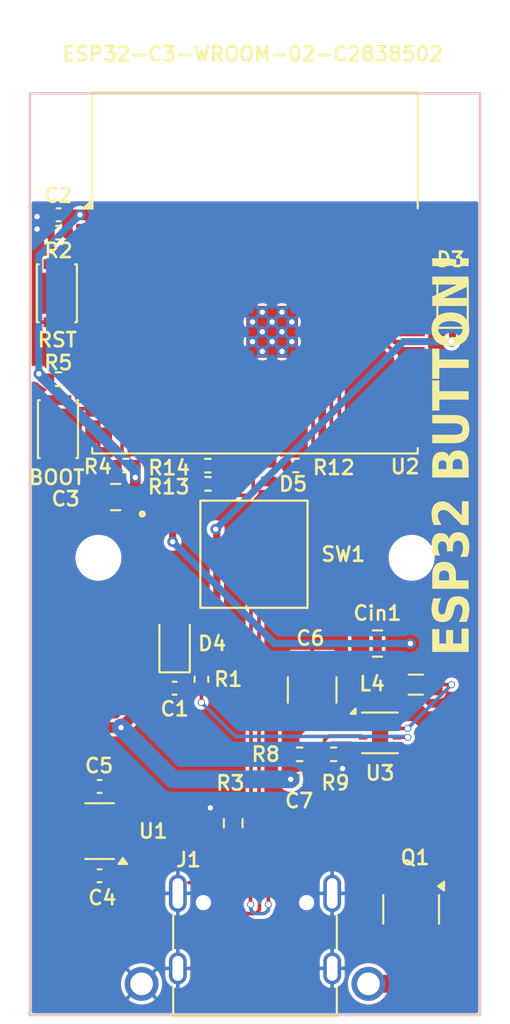
<source format=kicad_pcb>
(kicad_pcb (version 20241229) (generator "pcbnew") (generator_version "9.0")
  (layers (0 "F.Cu" signal) (2 "B.Cu" signal) (13 "F.Paste" user) (15 "B.Paste" user) (5 "F.SilkS" user "F.Silkscreen") (7 "B.SilkS" user "B.Silkscreen") (1 "F.Mask" user) (3 "B.Mask" user) (25 "Edge.Cuts" user))
  (net 0 "")
  (net 1 "Net-(U3-FB)")
  (net 3 "3.3V")
  (net 4 "VBUS")
  (net 9 "GPIO2")
  (net 13 "Net-(D4-A)")
  (net 14 "D-")
  (net 15 "GND")
  (net 16 "Net-(J1-CC1)")
  (net 17 "EN")
  (net 18 "D+")
  (net 19 "Net-(U3-SW)")
  (net 20 "VBAT")
  (net 21 "Net-(U2-EN)")
  (net 22 "Net-(U2-IO9)")
  (net 24 "Net-(U2-IO8)")
  (net 26 "Net-(BT1-+)")
  (net 27 "Net-(D5-BK)")
  (net 28 "Net-(D5-GK)")
  (net 30 "Net-(D5-RK)")
  (net 31 "GPIO3")
  (net 32 "GPIO4")
  (net 33 "GPIO5")
  (footprint "Resistor_SMD:R_0402_1005Metric" (layer "F.Cu") (at 134.4 101.2 180)
    (property "Reference" "R9" (at -0.1 -1.6 0) (layer "F.SilkS") (effects (font (size 0.8 0.8))))
    (property "Value" "107K" (hide yes))
    (pad "1" smd roundrect (at -0.51 0 180) (size 0.54 0.64) (layers "F.Cu" "F.Mask" "F.Paste") (net 15 "GND"))
    (pad "2" smd roundrect (at 0.51 0 180) (size 0.54 0.64) (layers "F.Cu" "F.Mask" "F.Paste") (net 1 "Net-(U3-FB)"))
  )
  (footprint "Resistor_SMD:R_0402_1005Metric" (layer "F.Cu") (at 132.29 85.03 180)
    (property "Reference" "R12" (at -2.12 -0.12 0) (layer "F.SilkS") (effects (font (size 0.8 0.8))))
    (property "Value" "330R" (hide yes))
    (pad "1" smd roundrect (at -0.51 0 180) (size 0.54 0.64) (layers "F.Cu" "F.Mask" "F.Paste") (net 31 "GPIO3"))
    (pad "2" smd roundrect (at 0.51 0 180) (size 0.54 0.64) (layers "F.Cu" "F.Mask" "F.Paste") (net 30 "Net-(D5-RK)"))
  )
  (footprint "Resistor_SMD:R_0402_1005Metric" (layer "F.Cu") (at 122.78 85.04 180)
    (property "Reference" "R4" (at 1.58 -0.06 0) (layer "F.SilkS") (effects (font (size 0.8 0.8))))
    (property "Value" "10K" (hide yes))
    (pad "1" smd roundrect (at -0.51 0 180) (size 0.54 0.64) (layers "F.Cu" "F.Mask" "F.Paste") (net 3 "3.3V"))
    (pad "2" smd roundrect (at 0.51 0 180) (size 0.54 0.64) (layers "F.Cu" "F.Mask" "F.Paste") (net 22 "Net-(U2-IO9)"))
  )
  (footprint "Inductor_SMD:L_0805_2012Metric" (layer "F.Cu") (at 139 97.3)
    (property "Reference" "L4" (at -2.45 -0.05 180) (layer "F.SilkS") (effects (font (size 0.8 0.8))))
    (property "Value" "DFE201610E-1R0M=P2" (hide yes))
    (pad "1" smd roundrect (at -1.0625 0) (size 0.875 1.2) (layers "F.Cu" "F.Mask" "F.Paste") (net 20 "VBAT"))
    (pad "2" smd roundrect (at 1.0625 0) (size 0.875 1.2) (layers "F.Cu" "F.Mask" "F.Paste") (net 19 "Net-(U3-SW)"))
  )
  (footprint "Resistor_SMD:R_0402_1005Metric" (layer "F.Cu") (at 127.36 85.04)
    (property "Reference" "R14" (at -2.17 0.12 0) (layer "F.SilkS") (effects (font (size 0.8 0.8))))
    (property "Value" "220R" (hide yes))
    (pad "1" smd roundrect (at -0.51 0) (size 0.54 0.64) (layers "F.Cu" "F.Mask" "F.Paste") (net 32 "GPIO4"))
    (pad "2" smd roundrect (at 0.51 0) (size 0.54 0.64) (layers "F.Cu" "F.Mask" "F.Paste") (net 27 "Net-(D5-BK)"))
  )
  (footprint "Package_TO_SOT_SMD:SOT-23-5" (layer "F.Cu") (at 121.3 105.5 180)
    (property "Reference" "U1" (at -3 0 0) (layer "F.SilkS") (effects (font (size 0.8 0.8))))
    (property "Value" "AP2112K-3.3-C51118" (hide yes))
    (pad "1" smd roundrect (at -1.1375 -0.95 180) (size 1.325 0.6) (layers "F.Cu" "F.Mask" "F.Paste") (net 4 "VBUS"))
    (pad "2" smd roundrect (at -1.1375 0 180) (size 1.325 0.6) (layers "F.Cu" "F.Mask" "F.Paste") (net 15 "GND"))
    (pad "3" smd roundrect (at -1.1375 0.95 180) (size 1.325 0.6) (layers "F.Cu" "F.Mask" "F.Paste") (net 4 "VBUS"))
    (pad "4" smd roundrect (at 1.1375 0.95 180) (size 1.325 0.6) (layers "F.Cu" "F.Mask" "F.Paste"))
    (pad "5" smd roundrect (at 1.1375 -0.95 180) (size 1.325 0.6) (layers "F.Cu" "F.Mask" "F.Paste") (net 3 "3.3V"))
  )
  (footprint "Capacitor_SMD:C_0402_1005Metric" (layer "F.Cu") (at 132.5 102.6)
    (property "Reference" "C7" (at -0.03 1.2 0) (layer "F.SilkS") (effects (font (size 0.8 0.8))))
    (property "Value" "100pF" (hide yes))
    (pad "1" smd roundrect (at -0.48 0) (size 0.56 0.62) (layers "F.Cu" "F.Mask" "F.Paste") (net 3 "3.3V"))
    (pad "2" smd roundrect (at 0.48 0) (size 0.56 0.62) (layers "F.Cu" "F.Mask" "F.Paste") (net 1 "Net-(U3-FB)"))
  )
  (footprint "Capacitor_SMD:C_0402_1005Metric" (layer "F.Cu") (at 121.3 103 180)
    (property "Reference" "C5" (at 0.03 1.16 0) (layer "F.SilkS") (effects (font (size 0.8 0.8))))
    (property "Value" "1uF" (hide yes))
    (pad "1" smd roundrect (at -0.48 0 180) (size 0.56 0.62) (layers "F.Cu" "F.Mask" "F.Paste") (net 15 "GND"))
    (pad "2" smd roundrect (at 0.48 0 180) (size 0.56 0.62) (layers "F.Cu" "F.Mask" "F.Paste") (net 3 "3.3V"))
  )
  (footprint "Package_SON:WSON-8-1EP_2x2mm_P0.5mm_EP0.9x1.6mm" (layer "F.Cu") (at 137 100)
    (property "Reference" "U3" (at 0 2.25 0) (layer "F.SilkS") (effects (font (size 0.8 0.8))))
    (property "Value" "TPS61252DSG" (hide yes))
    (pad "1" smd roundrect (at -0.95 -0.75) (size 0.5 0.25) (layers "F.Cu" "F.Mask" "F.Paste") (net 15 "GND"))
    (pad "2" smd roundrect (at -0.95 -0.25) (size 0.5 0.25) (layers "F.Cu" "F.Mask" "F.Paste") (net 3 "3.3V"))
    (pad "3" smd roundrect (at -0.95 0.25) (size 0.5 0.25) (layers "F.Cu" "F.Mask" "F.Paste") (net 1 "Net-(U3-FB)"))
    (pad "4" smd roundrect (at -0.95 0.75) (size 0.5 0.25) (layers "F.Cu" "F.Mask" "F.Paste") (net 20 "VBAT"))
    (pad "5" smd roundrect (at 0.95 0.75) (size 0.5 0.25) (layers "F.Cu" "F.Mask" "F.Paste"))
    (pad "6" smd roundrect (at 0.95 0.25) (size 0.5 0.25) (layers "F.Cu" "F.Mask" "F.Paste") (net 17 "EN"))
    (pad "7" smd roundrect (at 0.95 -0.25) (size 0.5 0.25) (layers "F.Cu" "F.Mask" "F.Paste") (net 19 "Net-(U3-SW)"))
    (pad "8" smd roundrect (at 0.95 -0.75) (size 0.5 0.25) (layers "F.Cu" "F.Mask" "F.Paste") (net 20 "VBAT"))
    (pad "9" smd rect (at 0 0) (size 0.9 1.6) (layers "F.Cu" "F.Mask") (net 15 "GND"))
  )
  (footprint "TJ-S1615SW6TGLCCYRGB:TJ-S1615SW6TGLCCYRGB-A5" (layer "F.Cu") (at 129.025 85.925)
    (property "Reference" "D5" (at 3.105 0.145 0) (layer "F.SilkS") (effects (font (size 0.8 0.8) (thickness 0.15) (bold yes))))
    (property "Value" "LED_ABGR" (hide yes))
    (pad "1" smd rect (at 1.75 -1.05) (size 0.85 0.55) (layers "F.Cu" "F.Mask" "F.Paste") (net 3 "3.3V"))
    (pad "2" smd rect (at 0 -1.05) (size 0.85 0.55) (layers "F.Cu" "F.Mask" "F.Paste") (net 27 "Net-(D5-BK)"))
    (pad "3" smd rect (at 0 0) (size 0.85 0.55) (layers "F.Cu" "F.Mask" "F.Paste") (net 28 "Net-(D5-GK)"))
    (pad "4" smd rect (at 1.75 0) (size 0.85 0.55) (layers "F.Cu" "F.Mask" "F.Paste") (net 30 "Net-(D5-RK)"))
  )
  (footprint "Diode_SMD:D_SOD-323F" (layer "F.Cu") (at 125.5 95 90)
    (property "Reference" "D4" (at 0 2.1 180) (layer "F.SilkS") (effects (font (size 0.8 0.8))))
    (property "Value" "1N5819" (hide yes))
    (pad "1" smd roundrect (at -1.1 0 90) (size 0.5 0.5) (layers "F.Cu" "F.Mask" "F.Paste") (net 17 "EN"))
    (pad "2" smd roundrect (at 1.1 0 90) (size 0.5 0.5) (layers "F.Cu" "F.Mask" "F.Paste") (net 13 "Net-(D4-A)"))
  )
  (footprint "Resistor_SMD:R_0402_1005Metric" (layer "F.Cu") (at 132.5 101.2 180)
    (property "Reference" "R8" (at 1.9 0 180) (layer "F.SilkS") (effects (font (size 0.8 0.8))))
    (property "Value" "187K" (hide yes))
    (pad "1" smd roundrect (at -0.51 0 180) (size 0.54 0.64) (layers "F.Cu" "F.Mask" "F.Paste") (net 1 "Net-(U3-FB)"))
    (pad "2" smd roundrect (at 0.51 0 180) (size 0.54 0.64) (layers "F.Cu" "F.Mask" "F.Paste") (net 3 "3.3V"))
  )
  (footprint "Button_Switch_SMD:SW_SPST_CK_KXT3" (layer "F.Cu") (at 118.97 83 90)
    (property "Reference" "SW2" (hide yes))
    (property "Value" "BOOT" (at -2.7 -0.07 180) (layer "F.SilkS") (effects (font (size 0.8 0.8))))
    (pad "1" smd rect (at -1.625 0 90) (size 0.55 1.5) (layers "F.Cu" "F.Mask" "F.Paste") (net 15 "GND"))
    (pad "2" smd rect (at 1.625 0 90) (size 0.55 1.5) (layers "F.Cu" "F.Mask" "F.Paste") (net 22 "Net-(U2-IO9)"))
  )
  (footprint "Resistor_SMD:R_0402_1005Metric" (layer "F.Cu") (at 119.02 72 180)
    (property "Reference" "R2" (at 0.02 -1 0) (layer "F.SilkS") (effects (font (size 0.8 0.8))))
    (property "Value" "10K" (hide yes))
    (pad "1" smd roundrect (at -0.51 0 180) (size 0.54 0.64) (layers "F.Cu" "F.Mask" "F.Paste") (net 3 "3.3V"))
    (pad "2" smd roundrect (at 0.51 0 180) (size 0.54 0.64) (layers "F.Cu" "F.Mask" "F.Paste") (net 21 "Net-(U2-EN)"))
  )
  (footprint "Resistor_SMD:R_0402_1005Metric" (layer "F.Cu") (at 119 80.2)
    (property "Reference" "R5" (at -0.01 -0.92 0) (layer "F.SilkS") (effects (font (size 0.8 0.8))))
    (property "Value" "10K" (hide yes))
    (pad "1" smd roundrect (at -0.51 0) (size 0.54 0.64) (layers "F.Cu" "F.Mask" "F.Paste") (net 3 "3.3V"))
    (pad "2" smd roundrect (at 0.51 0) (size 0.54 0.64) (layers "F.Cu" "F.Mask" "F.Paste") (net 24 "Net-(U2-IO8)"))
  )
  (footprint "Capacitor_SMD:C_0402_1005Metric" (layer "F.Cu") (at 121.3 108)
    (property "Reference" "C4" (at 0.15 1.23 180) (layer "F.SilkS") (effects (font (size 0.8 0.8))))
    (property "Value" "1uF" (hide yes))
    (pad "1" smd roundrect (at -0.48 0) (size 0.56 0.62) (layers "F.Cu" "F.Mask" "F.Paste") (net 15 "GND"))
    (pad "2" smd roundrect (at 0.48 0) (size 0.56 0.62) (layers "F.Cu" "F.Mask" "F.Paste") (net 4 "VBUS"))
  )
  (footprint "Package_TO_SOT_SMD:SOT-23-3" (layer "F.Cu") (at 138.74 109.8775 -90)
    (property "Reference" "Q1" (at -2.8975 -0.22 180) (layer "F.SilkS") (effects (font (size 0.8 0.8))))
    (property "Value" "Si2323DDS-T1-GE3-C5123948" (hide yes))
    (pad "1" smd roundrect (at -1.1375 -0.95 270) (size 1.325 0.6) (layers "F.Cu" "F.Mask" "F.Paste") (net 15 "GND"))
    (pad "2" smd roundrect (at -1.1375 0.95 270) (size 1.325 0.6) (layers "F.Cu" "F.Mask" "F.Paste") (net 20 "VBAT"))
    (pad "3" smd roundrect (at 1.1375 0 270) (size 1.325 0.6) (layers "F.Cu" "F.Mask" "F.Paste") (net 26 "Net-(BT1-+)"))
  )
  (footprint "RF_Module:ESP32-C3-WROOM-02" (layer "F.Cu") (at 130 77.35)
    (property "Reference" "U2" (at 8.4 7.75 180) (layer "F.SilkS") (effects (font (size 0.8 0.8))))
    (property "Value" "ESP32-C3-WROOM-02-C2838502" (at -0.14 -15.35 0) (layer "F.SilkS") (effects (font (size 0.8 0.8))))
    (pad "1" smd rect (at -8.75 -6) (size 1.5 0.9) (layers "F.Cu" "F.Mask" "F.Paste") (net 3 "3.3V"))
    (pad "2" smd rect (at -8.75 -4.5) (size 1.5 0.9) (layers "F.Cu" "F.Mask" "F.Paste") (net 21 "Net-(U2-EN)"))
    (pad "3" smd rect (at -8.75 -3) (size 1.5 0.9) (layers "F.Cu" "F.Mask" "F.Paste") (net 32 "GPIO4"))
    (pad "4" smd rect (at -8.75 -1.5) (size 1.5 0.9) (layers "F.Cu" "F.Mask" "F.Paste") (net 33 "GPIO5"))
    (pad "5" smd rect (at -8.75 0) (size 1.5 0.9) (layers "F.Cu" "F.Mask" "F.Paste"))
    (pad "6" smd rect (at -8.75 1.5) (size 1.5 0.9) (layers "F.Cu" "F.Mask" "F.Paste"))
    (pad "7" smd rect (at -8.75 3) (size 1.5 0.9) (layers "F.Cu" "F.Mask" "F.Paste") (net 24 "Net-(U2-IO8)"))
    (pad "8" smd rect (at -8.75 4.5) (size 1.5 0.9) (layers "F.Cu" "F.Mask" "F.Paste") (net 22 "Net-(U2-IO9)"))
    (pad "9" smd rect (at -8.75 6) (size 1.5 0.9) (layers "F.Cu" "F.Mask" "F.Paste") (net 15 "GND"))
    (pad "10" smd rect (at 8.75 6) (size 1.5 0.9) (layers "F.Cu" "F.Mask" "F.Paste"))
    (pad "11" smd rect (at 8.75 4.5) (size 1.5 0.9) (layers "F.Cu" "F.Mask" "F.Paste"))
    (pad "12" smd rect (at 8.75 3) (size 1.5 0.9) (layers "F.Cu" "F.Mask" "F.Paste"))
    (pad "13" smd rect (at 8.75 1.5) (size 1.5 0.9) (layers "F.Cu" "F.Mask" "F.Paste") (net 14 "D-"))
    (pad "14" smd rect (at 8.75 0) (size 1.5 0.9) (layers "F.Cu" "F.Mask" "F.Paste") (net 18 "D+"))
    (pad "15" smd rect (at 8.75 -1.5) (size 1.5 0.9) (layers "F.Cu" "F.Mask" "F.Paste") (net 31 "GPIO3"))
    (pad "16" smd rect (at 8.75 -3) (size 1.5 0.9) (layers "F.Cu" "F.Mask" "F.Paste") (net 9 "GPIO2"))
    (pad "17" smd rect (at 8.75 -4.5) (size 1.5 0.9) (layers "F.Cu" "F.Mask" "F.Paste"))
    (pad "18" smd rect (at 8.75 -6) (size 1.5 0.9) (layers "F.Cu" "F.Mask" "F.Paste"))
    (pad "19" thru_hole circle (at -0.14 -0.35) (size 0.6 0.6) (drill 0.3) (property pad_prop_heatsink) (layers "*.Cu" "F.Mask") (net 15 "GND"))
    (pad "19" thru_hole circle (at -0.14 0.75) (size 0.6 0.6) (drill 0.3) (property pad_prop_heatsink) (layers "*.Cu" "F.Mask") (net 15 "GND"))
    (pad "19" thru_hole circle (at 0.41 -0.9) (size 0.6 0.6) (drill 0.3) (property pad_prop_heatsink) (layers "*.Cu" "F.Mask") (net 15 "GND"))
    (pad "19" thru_hole circle (at 0.41 0.2) (size 0.6 0.6) (drill 0.3) (property pad_prop_heatsink) (layers "*.Cu" "F.Mask") (net 15 "GND"))
    (pad "19" thru_hole circle (at 0.41 1.3) (size 0.6 0.6) (drill 0.3) (property pad_prop_heatsink) (layers "*.Cu" "F.Mask") (net 15 "GND"))
    (pad "19" thru_hole circle (at 0.96 -0.35) (size 0.6 0.6) (drill 0.3) (property pad_prop_heatsink) (layers "*.Cu" "F.Mask") (net 15 "GND"))
    (pad "19" smd rect (at 0.96 0.2) (size 2.9 2.9) (layers "F.Cu" "F.Mask") (net 15 "GND"))
    (pad "19" thru_hole circle (at 0.96 0.75) (size 0.6 0.6) (drill 0.3) (property pad_prop_heatsink) (layers "*.Cu" "F.Mask") (net 15 "GND"))
    (pad "19" thru_hole circle (at 1.51 -0.9) (size 0.6 0.6) (drill 0.3) (property pad_prop_heatsink) (layers "*.Cu" "F.Mask") (net 15 "GND"))
    (pad "19" thru_hole circle (at 1.51 0.2) (size 0.6 0.6) (drill 0.3) (property pad_prop_heatsink) (layers "*.Cu" "F.Mask") (net 15 "GND"))
    (pad "19" thru_hole circle (at 1.51 1.3) (size 0.6 0.6) (drill 0.3) (property pad_prop_heatsink) (layers "*.Cu" "F.Mask") (net 15 "GND"))
    (pad "19" thru_hole circle (at 2.06 -0.35) (size 0.6 0.6) (drill 0.3) (property pad_prop_heatsink) (layers "*.Cu" "F.Mask") (net 15 "GND"))
    (pad "19" thru_hole circle (at 2.06 0.75) (size 0.6 0.6) (drill 0.3) (property pad_prop_heatsink) (layers "*.Cu" "F.Mask") (net 15 "GND"))
    (zone (net 0) (net_name "") (layers "F.Cu" "B.Cu") (connect_pads (clearance 0)) (min_thickness 0.254)
      (keepout (tracks not_allowed) (vias not_allowed) (pads not_allowed) (copperpour not_allowed) (footprints not_allowed))
      (fill (thermal_gap 0.508) (thermal_bridge_width 0.508))
      (polygon (pts (xy 116 70.25) (xy 144 70.25) (xy 144 59.25) (xy 116 59.25)))
    )
  )
  (footprint "Resistor_SMD:R_0402_1005Metric" (layer "F.Cu") (at 127.37 86.06)
    (property "Reference" "R13" (at -2.2 0.17 0) (layer "F.SilkS") (effects (font (size 0.8 0.8))))
    (property "Value" "220R" (hide yes))
    (pad "1" smd roundrect (at -0.51 0) (size 0.54 0.64) (layers "F.Cu" "F.Mask" "F.Paste") (net 33 "GPIO5"))
    (pad "2" smd roundrect (at 0.51 0) (size 0.54 0.64) (layers "F.Cu" "F.Mask" "F.Paste") (net 28 "Net-(D5-GK)"))
  )
  (footprint "Capacitor_SMD:C_0402_1005Metric" (layer "F.Cu") (at 125.5 97.5 180)
    (property "Reference" "C1" (at 0 -1.16 0) (layer "F.SilkS") (effects (font (size 0.8 0.8))))
    (property "Value" "100nF" (hide yes))
    (pad "1" smd roundrect (at -0.48 0 180) (size 0.56 0.62) (layers "F.Cu" "F.Mask" "F.Paste") (net 17 "EN"))
    (pad "2" smd roundrect (at 0.48 0 180) (size 0.56 0.62) (layers "F.Cu" "F.Mask" "F.Paste") (net 15 "GND"))
  )
  (footprint "Button_Switch_SMD:SW_TS04-66-50-BK-100-SMT" (layer "F.Cu") (at 129.94 90)
    (property "Reference" "SW1" (at 5 0 0) (layer "F.SilkS") (effects (font (size 0.8 0.8))))
    (property "Value" "SW_Push" (hide yes))
    (pad "1" smd rect (at -4.55 -2.25) (size 2.1 1.4) (layers "F.Cu" "F.Mask" "F.Paste") (net 20 "VBAT"))
    (pad "2" smd rect (at -4.55 2.25) (size 2.1 1.4) (layers "F.Cu" "F.Mask" "F.Paste") (net 13 "Net-(D4-A)"))
    (pad "3" smd rect (at 4.55 -2.25) (size 2.1 1.4) (layers "F.Cu" "F.Mask" "F.Paste"))
    (pad "4" smd rect (at 4.55 2.25) (size 2.1 1.4) (layers "F.Cu" "F.Mask" "F.Paste"))
  )
  (footprint "Capacitor_SMD:C_0805_2012Metric" (layer "F.Cu") (at 136.85 95 180)
    (property "Reference" "Cin1" (at 0 1.7 0) (layer "F.SilkS") (effects (font (size 0.8 0.8))))
    (property "Value" "10uF" (hide yes))
    (pad "1" smd roundrect (at -0.95 0 180) (size 1 1.45) (layers "F.Cu" "F.Mask" "F.Paste") (net 20 "VBAT"))
    (pad "2" smd roundrect (at 0.95 0 180) (size 1 1.45) (layers "F.Cu" "F.Mask" "F.Paste") (net 15 "GND"))
  )
  (footprint "Resistor_SMD:R_0402_1005Metric" (layer "F.Cu") (at 127 97 90)
    (property "Reference" "R1" (at 0 1.5 180) (layer "F.SilkS") (effects (font (size 0.8 0.8))))
    (property "Value" "10K" (hide yes))
    (pad "1" smd roundrect (at -0.51 0 90) (size 0.54 0.64) (layers "F.Cu" "F.Mask" "F.Paste") (net 17 "EN"))
    (pad "2" smd roundrect (at 0.51 0 90) (size 0.54 0.64) (layers "F.Cu" "F.Mask" "F.Paste") (net 15 "GND"))
  )
  (footprint "Capacitor_SMD:C_0805_2012Metric_Pad1.18x1.45mm_HandSolder" (layer "F.Cu") (at 122.2 86.8 180)
    (property "Reference" "C3" (at 2.8 -0.1 0) (layer "F.SilkS") (effects (font (size 0.8 0.8))))
    (property "Value" "10uF" (hide yes))
    (pad "1" smd roundrect (at -1.0375 0 180) (size 1.175 1.45) (layers "F.Cu" "F.Mask" "F.Paste") (roundrect_rratio 0.212766) (net 3 "3.3V"))
    (pad "2" smd roundrect (at 1.0375 0 180) (size 1.175 1.45) (layers "F.Cu" "F.Mask" "F.Paste") (roundrect_rratio 0.212766) (net 15 "GND"))
  )
  (footprint "Button_Switch_SMD:SW_SPST_CK_KXT3" (layer "F.Cu") (at 118.91 75.39 90)
    (property "Reference" "SW3" (hide yes))
    (property "Value" "RST" (at -2.61 0.02 180) (layer "F.SilkS") (effects (font (size 0.8 0.8))))
    (pad "1" smd rect (at -1.625 0 90) (size 0.55 1.5) (layers "F.Cu" "F.Mask" "F.Paste") (net 15 "GND"))
    (pad "2" smd rect (at 1.625 0 90) (size 0.55 1.5) (layers "F.Cu" "F.Mask" "F.Paste") (net 21 "Net-(U2-EN)"))
  )
  (footprint "Capacitor_SMD:C_0402_1005Metric" (layer "F.Cu") (at 119 71)
    (property "Reference" "C2" (at -0.01 -1.09 0) (layer "F.SilkS") (effects (font (size 0.8 0.8))))
    (property "Value" "100nF" (hide yes))
    (pad "1" smd roundrect (at -0.48 0) (size 0.56 0.62) (layers "F.Cu" "F.Mask" "F.Paste") (net 15 "GND"))
    (pad "2" smd roundrect (at 0.48 0) (size 0.56 0.62) (layers "F.Cu" "F.Mask" "F.Paste") (net 3 "3.3V"))
  )
  (footprint "Connector_USB:USB_C_Receptacle_G-Switch_GT-USB-7010ASV" (layer "F.Cu") (at 130 112.11)
    (property "Reference" "J1" (at -3.72 -5.01 0) (layer "F.SilkS") (effects (font (size 0.8 0.8))))
    (property "Value" "USB_C_Receptacle_USB2.0_16P" (hide yes))
    (pad "" np_thru_hole circle (at -2.89 -2.605) (size 0.65 0.65) (drill 0.65) (layers "*.Cu" "*.Mask"))
    (pad "" np_thru_hole circle (at 2.89 -2.605) (size 0.65 0.65) (drill 0.65) (layers "*.Cu" "*.Mask"))
    (pad "A1" smd rect (at -3.2 -3.725) (size 0.6 1.24) (layers "F.Cu" "F.Mask" "F.Paste") (net 15 "GND"))
    (pad "A4" smd rect (at -2.4 -3.725) (size 0.6 1.24) (layers "F.Cu" "F.Mask" "F.Paste") (net 4 "VBUS"))
    (pad "A5" smd rect (at -1.25 -3.725) (size 0.3 1.24) (layers "F.Cu" "F.Mask" "F.Paste") (net 16 "Net-(J1-CC1)"))
    (pad "A6" smd rect (at -0.25 -3.725) (size 0.3 1.24) (layers "F.Cu" "F.Mask" "F.Paste") (net 18 "D+"))
    (pad "A7" smd rect (at 0.25 -3.725) (size 0.3 1.24) (layers "F.Cu" "F.Mask" "F.Paste") (net 14 "D-"))
    (pad "A8" smd rect (at 1.25 -3.725) (size 0.3 1.24) (layers "F.Cu" "F.Mask" "F.Paste"))
    (pad "A9" smd rect (at 2.4 -3.725) (size 0.6 1.24) (layers "F.Cu" "F.Mask" "F.Paste") (net 4 "VBUS"))
    (pad "A12" smd rect (at 3.2 -3.725) (size 0.6 1.24) (layers "F.Cu" "F.Mask" "F.Paste") (net 15 "GND"))
    (pad "B1" smd rect (at 3.2 -3.725) (size 0.6 1.24) (layers "F.Cu" "F.Mask" "F.Paste") (net 15 "GND"))
    (pad "B4" smd rect (at 2.4 -3.725) (size 0.6 1.24) (layers "F.Cu" "F.Mask" "F.Paste") (net 4 "VBUS"))
    (pad "B5" smd rect (at 1.75 -3.725) (size 0.3 1.24) (layers "F.Cu" "F.Mask" "F.Paste"))
    (pad "B6" smd rect (at 0.75 -3.725) (size 0.3 1.24) (layers "F.Cu" "F.Mask" "F.Paste") (net 18 "D+"))
    (pad "B7" smd rect (at -0.75 -3.725) (size 0.3 1.24) (layers "F.Cu" "F.Mask" "F.Paste") (net 14 "D-"))
    (pad "B8" smd rect (at -1.75 -3.725) (size 0.3 1.24) (layers "F.Cu" "F.Mask" "F.Paste"))
    (pad "B9" smd rect (at -2.4 -3.725) (size 0.6 1.24) (layers "F.Cu" "F.Mask" "F.Paste") (net 4 "VBUS"))
    (pad "B12" smd rect (at -3.2 -3.725) (size 0.6 1.24) (layers "F.Cu" "F.Mask" "F.Paste") (net 15 "GND"))
    (pad "S1" thru_hole oval (at -4.32 -3.125) (size 1 2.1) (drill oval 0.6 1.7) (property pad_prop_heatsink) (layers "*.Cu" "*.Mask") (net 15 "GND"))
    (pad "S1" thru_hole oval (at -4.32 1.075) (size 1 1.8) (drill oval 0.6 1.4) (property pad_prop_heatsink) (layers "*.Cu" "*.Mask") (net 15 "GND"))
    (pad "S1" thru_hole oval (at 4.32 -3.125) (size 1 2.1) (drill oval 0.6 1.7) (property pad_prop_heatsink) (layers "*.Cu" "*.Mask") (net 15 "GND"))
    (pad "S1" thru_hole oval (at 4.32 1.075) (size 1 1.8) (drill oval 0.6 1.4) (property pad_prop_heatsink) (layers "*.Cu" "*.Mask") (net 15 "GND"))
  )
  (footprint "Resistor_SMD:R_0603_1608Metric" (layer "F.Cu") (at 128.78 105.06 90)
    (property "Reference" "R3" (at 2.25 -0.16 180) (layer "F.SilkS") (effects (font (size 0.8 0.8))))
    (property "Value" "5.1K" (hide yes))
    (pad "1" smd roundrect (at -0.825 0 90) (size 0.8 0.95) (layers "F.Cu" "F.Mask" "F.Paste") (net 16 "Net-(J1-CC1)"))
    (pad "2" smd roundrect (at 0.825 0 90) (size 0.8 0.95) (layers "F.Cu" "F.Mask" "F.Paste") (net 15 "GND"))
  )
  (footprint "Capacitor_SMD:C_1210_3225Metric" (layer "F.Cu") (at 133.2 97.6 90)
    (property "Reference" "C6" (at 2.9 -0.1 180) (layer "F.SilkS") (effects (font (size 0.8 0.8))))
    (property "Value" "22uF" (hide yes))
    (pad "1" smd roundrect (at -1.475 0 90) (size 1.15 2.7) (layers "F.Cu" "F.Mask" "F.Paste") (roundrect_rratio 0.217391) (net 3 "3.3V"))
    (pad "2" smd roundrect (at 1.475 0 90) (size 1.15 2.7) (layers "F.Cu" "F.Mask" "F.Paste") (roundrect_rratio 0.217391) (net 15 "GND"))
  )
  (footprint "Diode_SMD:D_SOD-323F" (layer "F.Cu") (at 141.06 75.7175 90)
    (property "Reference" "D3" (at 2.22 -0.11 180) (layer "F.SilkS") (effects (font (size 0.8 0.8))))
    (property "Value" "1N5819-C369937" (hide yes))
    (pad "1" smd roundrect (at -1.1 0 90) (size 0.5 0.5) (layers "F.Cu" "F.Mask" "F.Paste") (net 17 "EN"))
    (pad "2" smd roundrect (at 1.1 0 90) (size 0.5 0.5) (layers "F.Cu" "F.Mask" "F.Paste") (net 9 "GPIO2"))
  )
  (footprint "BH2AAAPC:BAT_BH2AAAPC" (layer "B.Cu") (at 130 90 -90)
    (property "Reference" "BT1" (hide yes))
    (property "Value" "Battery" (hide yes))
    (pad "" np_thru_hole circle (at 0.2 -8.765 270) (size 2.37 2.37) (drill 2.37) (layers "*.Cu" "*.Mask"))
    (pad "" np_thru_hole circle (at 0.2 8.765 270) (size 2.37 2.37) (drill 2.37) (layers "*.Cu" "*.Mask"))
    (pad "1" thru_hole circle (at 24.05 -6.35 270) (size 1.905 1.905) (drill 1.27) (layers "*.Cu" "*.Mask") (net 26 "Net-(BT1-+)"))
    (pad "2" thru_hole circle (at 24.05 6.35 270) (size 1.905 1.905) (drill 1.27) (layers "*.Cu" "*.Mask") (net 15 "GND"))
  )
  (gr_rect (start 117.4 64.2) (end 142.6 115.8) (stroke (width 0.05)) (fill no) (layer "Edge.Cuts"))
  (gr_text "ESP32 BUTTON!" (at 142.3 95.7 90) (layer "F.SilkS") (effects (font (size 2 1.8) (thickness 0.3) (bold yes)) (justify left bottom)))
  (segment (start 133.89 101.2) (end 133.01 101.2) (width 0.2) (layer "F.Cu") (net 1))
  (segment (start 136.05 100.25) (end 135.979 100.179) (width 0.2) (layer "F.Cu") (net 1))
  (segment (start 134.121 100.179) (end 133.89 100.41) (width 0.2) (layer "F.Cu") (net 1))
  (segment (start 132.98 101.23) (end 133.01 101.2) (width 0.2) (layer "F.Cu") (net 1))
  (segment (start 133.89 100.41) (end 133.89 101.2) (width 0.2) (layer "F.Cu") (net 1))
  (segment (start 132.98 102.6) (end 132.98 101.23) (width 0.2) (layer "F.Cu") (net 1))
  (segment (start 135.979 100.179) (end 134.121 100.179) (width 0.2) (layer "F.Cu") (net 1))
  (segment (start 119.7 101.6) (end 121.6 99.7) (width 0.6) (layer "F.Cu") (net 3))
  (segment (start 132.928976 99.075) (end 133.2 99.075) (width 1) (layer "F.Cu") (net 3))
  (segment (start 123.3 87.11) (end 123.3 85.7) (width 0.6) (layer "F.Cu") (net 3))
  (segment (start 129.9 86.5) (end 129.7 86.7) (width 0.2) (layer "F.Cu") (net 3))
  (segment (start 120.78 71.26) (end 120.52 71) (width 0.2) (layer "F.Cu") (net 3))
  (segment (start 123.29 87.12) (end 123.3 87.11) (width 0.6) (layer "F.Cu") (net 3))
  (segment (start 131.99 100.5) (end 131.99 102.591) (width 1) (layer "F.Cu") (net 3))
  (segment (start 123.3375 86.7) (end 123.2375 86.8) (width 0.2) (layer "F.Cu") (net 3))
  (segment (start 119.2 103) (end 118.7 103.5) (width 0.6) (layer "F.Cu") (net 3))
  (segment (start 135.55 99.75) (end 134.875 99.075) (width 0.2) (layer "F.Cu") (net 3))
  (segment (start 136.05 99.75) (end 135.55 99.75) (width 0.2) (layer "F.Cu") (net 3))
  (segment (start 123.27 98.93) (end 123.27 86.9325) (width 0.6) (layer "F.Cu") (net 3))
  (segment (start 118.7 103.5) (end 118.7 106) (width 0.6) (layer "F.Cu") (net 3))
  (segment (start 130.775 84.875) (end 130.625 84.875) (width 0.2) (layer "F.Cu") (net 3))
  (segment (start 121.25 71.35) (end 121.16 71.26) (width 0.2) (layer "F.Cu") (net 3))
  (segment (start 123.3 85.05) (end 123.29 85.04) (width 0.6) (layer "F.Cu") (net 3))
  (segment (start 130.625 84.875) (end 129.9 85.6) (width 0.2) (layer "F.Cu") (net 3))
  (segment (start 123.3 85.7) (end 123.3 85.05) (width 0.6) (layer "F.Cu") (net 3))
  (segment (start 129.9 85.6) (end 129.9 86.5) (width 0.2) (layer "F.Cu") (net 3))
  (segment (start 120.9 71) (end 121.25 71.35) (width 0.6) (layer "F.Cu") (net 3))
  (segment (start 121.6 99.7) (end 122.5 99.7) (width 0.6) (layer "F.Cu") (net 3))
  (segment (start 119.48 71.95) (end 119.53 72) (width 0.6) (layer "F.Cu") (net 3))
  (segment (start 122.5 99.7) (end 123.27 98.93) (width 0.6) (layer "F.Cu") (net 3))
  (segment (start 131.99 100.5) (end 131.99 100.013976) (width 1) (layer "F.Cu") (net 3))
  (segment (start 120.82 103) (end 119.8 103) (width 0.6) (layer "F.Cu") (net 3))
  (segment (start 118.7 106) (end 119.15 106.45) (width 0.6) (layer "F.Cu") (net 3))
  (segment (start 119.15 106.45) (end 120.1625 106.45) (width 0.6) (layer "F.Cu") (net 3))
  (segment (start 120.2 71) (end 120.9 71) (width 0.6) (layer "F.Cu") (net 3))
  (segment (start 123.27 86.9325) (end 123.1375 86.8) (width 0.6) (layer "F.Cu") (net 3))
  (segment (start 119.7 101.6) (end 119.7 102.9) (width 0.6) (layer "F.Cu") (net 3))
  (segment (start 131.99 100.013976) (end 132.928976 99.075) (width 1) (layer "F.Cu") (net 3))
  (segment (start 119.48 71) (end 120.2 71) (width 0.6) (layer "F.Cu") (net 3))
  (segment (start 129.7 86.7) (end 123.3375 86.7) (width 0.2) (layer "F.Cu") (net 3))
  (segment (start 131.99 102.591) (end 131.999 102.6) (width 1) (layer "F.Cu") (net 3))
  (segment (start 118.2 80.2) (end 117.9 79.9) (width 0.4) (layer "F.Cu") (net 3))
  (segment (start 121.16 71.26) (end 120.78 71.26) (width 0.2) (layer "F.Cu") (net 3))
  (segment (start 119.7 102.9) (end 119.8 103) (width 0.6) (layer "F.Cu") (net 3))
  (segment (start 134.875 99.075) (end 133.2 99.075) (width 0.2) (layer "F.Cu") (net 3))
  (segment (start 119.48 71) (end 119.48 71.95) (width 0.6) (layer "F.Cu") (net 3))
  (segment (start 119.8 103) (end 119.2 103) (width 0.6) (layer "F.Cu") (net 3))
  (via (at 117.9 79.9) (size 0.6) (drill 0.3) (layers "F.Cu" "B.Cu") (net 3))
  (via (at 120.2 71) (size 0.6) (drill 0.3) (layers "F.Cu" "B.Cu") (net 3))
  (via (at 122.5 99.7) (size 0.6) (drill 0.3) (layers "F.Cu" "B.Cu") (net 3))
  (via (at 123.3 85.7) (size 0.6) (drill 0.3) (layers "F.Cu" "B.Cu") (net 3))
  (via (at 131.999 102.6) (size 0.6) (drill 0.3) (layers "F.Cu" "B.Cu") (net 3))
  (segment (start 117.9 73.3) (end 120.2 71) (width 0.4) (layer "B.Cu") (net 3))
  (segment (start 123.3 85.7) (end 123.3 85.3) (width 0.6) (layer "B.Cu") (net 3))
  (segment (start 123.3 85.3) (end 117.9 79.9) (width 0.6) (layer "B.Cu") (net 3))
  (segment (start 117.9 79.9) (end 117.9 73.3) (width 0.4) (layer "B.Cu") (net 3))
  (segment (start 125.4 102.6) (end 131.999 102.6) (width 1) (layer "B.Cu") (net 3))
  (segment (start 122.5 99.7) (end 125.4 102.6) (width 1) (layer "B.Cu") (net 3))
  (segment (start 131.2 110.9) (end 128.813124 110.9) (width 0.2) (layer "F.Cu") (net 4))
  (segment (start 132.2 108.585) (end 132.2 109.9) (width 0.2) (layer "F.Cu") (net 4))
  (segment (start 121.4 104.8) (end 121.4 106.074999) (width 0.2) (layer "F.Cu") (net 4))
  (segment (start 132.2 109.9) (end 131.2 110.9) (width 0.2) (layer "F.Cu") (net 4))
  (segment (start 121.78 107.1075) (end 122.4375 106.45) (width 0.6) (layer "F.Cu") (net 4))
  (segment (start 121.65 104.55) (end 121.4 104.8) (width 0.2) (layer "F.Cu") (net 4))
  (segment (start 126.785 106.45) (end 122.4375 106.45) (width 0.5) (layer "F.Cu") (net 4))
  (segment (start 121.78 108) (end 121.78 107.1075) (width 0.6) (layer "F.Cu") (net 4))
  (segment (start 121.4 106.074999) (end 121.775001 106.45) (width 0.2) (layer "F.Cu") (net 4))
  (segment (start 127.6 107.265) (end 126.785 106.45) (width 0.5) (layer "F.Cu") (net 4))
  (segment (start 132.4 108.385) (end 132.2 108.585) (width 0.2) (layer "F.Cu") (net 4))
  (segment (start 127.8 108.585) (end 127.6 108.385) (width 0.2) (layer "F.Cu") (net 4))
  (segment (start 127.8 109.886876) (end 127.8 108.585) (width 0.2) (layer "F.Cu") (net 4))
  (segment (start 122.4375 104.55) (end 121.65 104.55) (width 0.2) (layer "F.Cu") (net 4))
  (segment (start 127.6 108.385) (end 127.6 107.265) (width 0.5) (layer "F.Cu") (net 4))
  (segment (start 121.775001 106.45) (end 122.4375 106.45) (width 0.2) (layer "F.Cu") (net 4))
  (segment (start 128.813124 110.9) (end 127.8 109.886876) (width 0.2) (layer "F.Cu") (net 4))
  (segment (start 138.75 74.35) (end 140.7925 74.35) (width 0.2) (layer "F.Cu") (net 9))
  (segment (start 140.7925 74.35) (end 141.06 74.6175) (width 0.2) (layer "F.Cu") (net 9))
  (segment (start 125.5 93.9) (end 125.5 92.36) (width 0.4) (layer "F.Cu") (net 13))
  (segment (start 125.5 92.36) (end 125.39 92.25) (width 0.4) (layer "F.Cu") (net 13))
  (segment (start 130.225 95.961557) (end 130.225 89.441726) (width 0.2) (layer "F.Cu") (net 14))
  (segment (start 130.25 107.454999) (end 130.25 108.385) (width 0.2) (layer "F.Cu") (net 14))
  (segment (start 138.75 78.85) (end 138.75 78.84) (width 0.2) (layer "F.Cu") (net 14))
  (segment (start 138.007107 78.7) (end 138.89 78.7) (width 0.2) (layer "F.Cu") (net 14))
  (segment (start 129.584264 110.115) (end 129.935736 110.115) (width 0.2) (layer "F.Cu") (net 14))
  (segment (start 129.337868 109.992868) (end 129.372132 110.027132) (width 0.2) (layer "F.Cu") (net 14))
  (segment (start 133.341726 86.325) (end 133.818786 86.325) (width 0.2) (layer "F.Cu") (net 14))
  (segment (start 130.543944 96.280501) (end 130.543944 96.561557) (width 0.2) (layer "F.Cu") (net 14))
  (segment (start 130.225 97.161557) (end 130.225 98.846126) (width 0.2) (layer "F.Cu") (net 14))
  (segment (start 136.990421 77.890421) (end 137.653554 78.553554) (width 0.2) (layer "F.Cu") (net 14))
  (segment (start 135.017893 79.000305) (end 136.167954 77.850244) (width 0.2) (layer "F.Cu") (net 14))
  (segment (start 130.225 107.429999) (end 130.25 107.454999) (width 0.2) (layer "F.Cu") (net 14))
  (segment (start 130.225 98.846126) (end 130.225 107.429999) (width 0.2) (layer "F.Cu") (net 14))
  (segment (start 130.25 109.800736) (end 130.25 108.385) (width 0.2) (layer "F.Cu") (net 14))
  (segment (start 129.25 108.385) (end 129.25 109.780736) (width 0.2) (layer "F.Cu") (net 14))
  (segment (start 130.400736 89.017462) (end 132.917462 86.500736) (width 0.2) (layer "F.Cu") (net 14))
  (segment (start 134.725 85.418786) (end 134.725 79.707412) (width 0.2) (layer "F.Cu") (net 14))
  (segment (start 134.24305 86.149264) (end 134.549264 85.84305) (width 0.2) (layer "F.Cu") (net 14))
  (segment (start 130.225 96.880501) (end 130.225 97.161557) (width 0.2) (layer "F.Cu") (net 14))
  (segment (start 130.147868 110.027132) (end 130.162132 110.012868) (width 0.2) (layer "F.Cu") (net 14))
  (segment (start 138.75 78.84) (end 138.89 78.7) (width 0.2) (layer "F.Cu") (net 14))
  (arc (start 129.337868 109.992868) (mid 129.272836 109.895541) (end 129.25 109.780736) (width 0.2) (layer "F.Cu") (net 14))
  (arc (start 130.384472 96.721029) (mid 130.271708 96.767737) (end 130.225 96.880501) (width 0.2) (layer "F.Cu") (net 14))
  (arc (start 130.400736 89.017462) (mid 130.270672 89.212116) (end 130.225 89.441726) (width 0.2) (layer "F.Cu") (net 14))
  (arc (start 134.725 79.707412) (mid 134.80112 79.324728) (end 135.017893 79.000305) (width 0.2) (layer "F.Cu") (net 14))
  (arc (start 130.147868 110.027132) (mid 130.050541 110.092164) (end 129.935736 110.115) (width 0.2) (layer "F.Cu") (net 14))
  (arc (start 137.653554 78.553554) (mid 137.815766 78.66194) (end 138.007107 78.7) (width 0.2) (layer "F.Cu") (net 14))
  (arc (start 134.549264 85.84305) (mid 134.679328 85.648396) (end 134.725 85.418786) (width 0.2) (layer "F.Cu") (net 14))
  (arc (start 136.167954 77.850244) (mid 136.334372 77.739046) (end 136.530692 77.699998) (width 0.2) (layer "F.Cu") (net 14))
  (arc (start 129.372132 110.027132) (mid 129.469459 110.092164) (end 129.584264 110.115) (width 0.2) (layer "F.Cu") (net 14))
  (arc (start 130.162132 110.012868) (mid 130.227164 109.915541) (end 130.25 109.800736) (width 0.2) (layer "F.Cu") (net 14))
  (arc (start 136.530692 77.699998) (mid 136.779499 77.749487) (end 136.990421 77.890421) (width 0.2) (layer "F.Cu") (net 14))
  (arc (start 130.384472 96.121029) (mid 130.497236 96.167737) (end 130.543944 96.280501) (width 0.2) (layer "F.Cu") (net 14))
  (arc (start 134.24305 86.149264) (mid 134.048396 86.279328) (end 133.818786 86.325) (width 0.2) (layer "F.Cu") (net 14))
  (arc (start 130.225 95.961557) (mid 130.271708 96.074321) (end 130.384472 96.121029) (width 0.2) (layer "F.Cu") (net 14))
  (arc (start 130.543944 96.561557) (mid 130.497236 96.674321) (end 130.384472 96.721029) (width 0.2) (layer "F.Cu") (net 14))
  (arc (start 133.341726 86.325) (mid 133.112116 86.370672) (end 132.917462 86.500736) (width 0.2) (layer "F.Cu") (net 14))
  (segment (start 134.91 101.59) (end 134.91 101.2) (width 0.2) (layer "F.Cu") (net 15))
  (segment (start 134.9 101.6) (end 134.91 101.59) (width 0.2) (layer "F.Cu") (net 15))
  (segment (start 134.9 102) (end 134.9 101.6) (width 0.2) (layer "F.Cu") (net 15))
  (via (at 117.8 71.8) (size 0.4) (drill 0.3) (layers "F.Cu" "B.Cu") (net 15))
  (via (at 117.8 71.1) (size 0.4) (drill 0.3) (layers "F.Cu" "B.Cu") (net 15))
  (via (at 127.5 104.2) (size 0.6) (drill 0.3) (layers "F.Cu" "B.Cu") (net 15))
  (via (at 134.9 102) (size 0.6) (drill 0.3) (layers "F.Cu" "B.Cu") (net 15))
  (segment (start 128.75 105.915) (end 128.78 105.885) (width 0.2) (layer "F.Cu") (net 16))
  (segment (start 128.75 108.385) (end 128.75 105.915) (width 0.2) (layer "F.Cu") (net 16))
  (segment (start 141.06 76.8175) (end 141.06 78.04) (width 0.4) (layer "F.Cu") (net 17))
  (segment (start 125.98 97.5) (end 126.99 97.5) (width 0.2) (layer "F.Cu") (net 17))
  (segment (start 125.5 96.1) (end 125.98 96.58) (width 0.4) (layer "F.Cu") (net 17))
  (segment (start 127 97.51) (end 127 98.3) (width 0.2) (layer "F.Cu") (net 17))
  (segment (start 127.862457 93.737543) (end 127.862457 88.662457) (width 0.4) (layer "F.Cu") (net 17))
  (segment (start 127.862457 88.662457) (end 127.8 88.6) (width 0.4) (layer "F.Cu") (net 17))
  (segment (start 126.99 97.5) (end 127 97.51) (width 0.2) (layer "F.Cu") (net 17))
  (segment (start 141.06 78.04) (end 141 78.1) (width 0.4) (layer "F.Cu") (net 17))
  (segment (start 125.98 96.58) (end 125.98 97.5) (width 0.4) (layer "F.Cu") (net 17))
  (segment (start 138.55 100.25) (end 137.95 100.25) (width 0.2) (layer "F.Cu") (net 17))
  (segment (start 125.5 96.1) (end 127.862457 93.737543) (width 0.4) (layer "F.Cu") (net 17))
  (via (at 141 78.1) (size 0.6) (drill 0.3) (layers "F.Cu" "B.Cu") (net 17))
  (via (at 138.55 100.25) (size 0.4) (drill 0.3) (layers "F.Cu" "B.Cu") (net 17))
  (via (at 127.8 88.6) (size 0.6) (drill 0.3) (layers "F.Cu" "B.Cu") (net 17))
  (via (at 127 98.3) (size 0.4) (drill 0.3) (layers "F.Cu" "B.Cu") (net 17))
  (segment (start 138.5 100.2) (end 128.9 100.2) (width 0.2) (layer "B.Cu") (net 17))
  (segment (start 138.3 78.1) (end 141 78.1) (width 0.4) (layer "B.Cu") (net 17))
  (segment (start 127.8 88.6) (end 138.3 78.1) (width 0.4) (layer "B.Cu") (net 17))
  (segment (start 138.55 100.25) (end 138.5 100.2) (width 0.2) (layer "B.Cu") (net 17))
  (segment (start 128.9 100.2) (end 127 98.3) (width 0.2) (layer "B.Cu") (net 17))
  (segment (start 134.275 85.23239) (end 134.275 79.521016) (width 0.2) (layer "F.Cu") (net 18))
  (segment (start 133.15533 85.875) (end 133.63239 85.875) (width 0.2) (layer "F.Cu") (net 18))
  (segment (start 134.567893 78.813909) (end 135.888909 77.492893) (width 0.2) (layer "F.Cu") (net 18))
  (segment (start 134.056654 85.699264) (end 134.099264 85.656654) (width 0.2) (layer "F.Cu") (net 18))
  (segment (start 129.75 109.605) (end 129.76 109.615) (width 0.2) (layer "F.Cu") (net 18))
  (segment (start 129.775 107.429999) (end 129.775 89.25533) (width 0.2) (layer "F.Cu") (net 18))
  (segment (start 129.950736 88.831066) (end 132.731066 86.050736) (width 0.2) (layer "F.Cu") (net 18))
  (segment (start 129.75 107.454999) (end 129.775 107.429999) (width 0.2) (layer "F.Cu") (net 18))
  (segment (start 136.596016 77.2) (end 138.89 77.2) (width 0.2) (layer "F.Cu") (net 18))
  (segment (start 130.75 108.385) (end 130.75 109.605) (width 0.2) (layer "F.Cu") (net 18))
  (segment (start 138.75 77.35) (end 138.75 77.34) (width 0.2) (layer "F.Cu") (net 18))
  (segment (start 129.75 108.385) (end 129.75 107.454999) (width 0.2) (layer "F.Cu") (net 18))
  (segment (start 129.75 108.385) (end 129.75 109.605) (width 0.2) (layer "F.Cu") (net 18))
  (segment (start 138.75 77.34) (end 138.89 77.2) (width 0.2) (layer "F.Cu") (net 18))
  (via (at 129.76 109.615) (size 0.4) (drill 0.3) (layers "F.Cu" "B.Cu") (net 18))
  (via (at 130.75 109.605) (size 0.4) (drill 0.3) (layers "F.Cu" "B.Cu") (net 18))
  (arc (start 129.775 89.25533) (mid 129.820672 89.02572) (end 129.950736 88.831066) (width 0.2) (layer "F.Cu") (net 18))
  (arc (start 133.15533 85.875) (mid 132.92572 85.920672) (end 132.731066 86.050736) (width 0.2) (layer "F.Cu") (net 18))
  (arc (start 134.275 79.521016) (mid 134.35112 79.138332) (end 134.567893 78.813909) (width 0.2) (layer "F.Cu") (net 18))
  (arc (start 135.888909 77.492893) (mid 136.213332 77.27612) (end 136.596016 77.2) (width 0.2) (layer "F.Cu") (net 18))
  (arc (start 134.275 85.23239) (mid 134.229328 85.462) (end 134.099264 85.656654) (width 0.2) (layer "F.Cu") (net 18))
  (arc (start 134.056654 85.699264) (mid 133.862 85.829328) (end 133.63239 85.875) (width 0.2) (layer "F.Cu") (net 18))
  (segment (start 130.672132 110.002868) (end 130.647868 110.027132) (width 0.2) (layer "B.Cu") (net 18))
  (segment (start 130.75 109.605) (end 130.76 109.615) (width 0.2) (layer "B.Cu") (net 18))
  (segment (start 130.76 109.615) (end 130.76 109.790736) (width 0.2) (layer "B.Cu") (net 18))
  (segment (start 130.435736 110.115) (end 130.084264 110.115) (width 0.2) (layer "B.Cu") (net 18))
  (segment (start 129.872132 110.027132) (end 129.847868 110.002868) (width 0.2) (layer "B.Cu") (net 18))
  (segment (start 129.76 109.790736) (end 129.76 109.615) (width 0.2) (layer "B.Cu") (net 18))
  (arc (start 130.084264 110.115) (mid 129.969459 110.092164) (end 129.872132 110.027132) (width 0.2) (layer "B.Cu") (net 18))
  (arc (start 130.672132 110.002868) (mid 130.737164 109.905541) (end 130.76 109.790736) (width 0.2) (layer "B.Cu") (net 18))
  (arc (start 129.76 109.790736) (mid 129.782836 109.905541) (end 129.847868 110.002868) (width 0.2) (layer "B.Cu") (net 18))
  (arc (start 130.647868 110.027132) (mid 130.550541 110.092164) (end 130.435736 110.115) (width 0.2) (layer "B.Cu") (net 18))
  (segment (start 140.0625 97.3) (end 141 97.3) (width 0.2) (layer "F.Cu") (net 19))
  (segment (start 138.55 99.75) (end 137.95 99.75) (width 0.2) (layer "F.Cu") (net 19))
  (via (at 138.55 99.75) (size 0.4) (drill 0.3) (layers "F.Cu" "B.Cu") (net 19))
  (via (at 141 97.3) (size 0.4) (drill 0.3) (layers "F.Cu" "B.Cu") (net 19))
  (segment (start 138.55 99.75) (end 141 97.3) (width 0.2) (layer "B.Cu") (net 19))
  (segment (start 135.7 104.01) (end 135.7 100.85) (width 0.2) (layer "F.Cu") (net 20))
  (segment (start 138.9 106.1) (end 140.9 104.1) (width 1) (layer "F.Cu") (net 20))
  (segment (start 125.39 89.3) (end 125.39 89.39) (width 0.4) (layer "F.Cu") (net 20))
  (segment (start 137.95 99.25) (end 139.46 99.25) (width 0.2) (layer "F.Cu") (net 20))
  (segment (start 140.9 104.1) (end 140.9 100.203976) (width 1) (layer "F.Cu") (net 20))
  (segment (start 137.9375 97.7275) (end 139.5 99.29) (width 1) (layer "F.Cu") (net 20))
  (segment (start 135.8 100.75) (end 136.05 100.75) (width 0.2) (layer "F.Cu") (net 20))
  (segment (start 137.79 108.74) (end 137.79 107.2) (width 1) (layer "F.Cu") (net 20))
  (segment (start 137.8 95) (end 138.7 95) (width 1) (layer "F.Cu") (net 20))
  (segment (start 139.986024 99.29) (end 139.5 99.29) (width 1) (layer "F.Cu") (net 20))
  (segment (start 135.7 100.85) (end 135.8 100.75) (width 0.2) (layer "F.Cu") (net 20))
  (segment (start 137.79 107.2) (end 138.89 106.1) (width 1) (layer "F.Cu") (net 20))
  (segment (start 138.89 106.1) (end 138.9 106.1) (width 1) (layer "F.Cu") (net 20))
  (segment (start 140.9 100.203976) (end 139.986024 99.29) (width 1) (layer "F.Cu") (net 20))
  (segment (start 137.9375 95.1375) (end 137.8 95) (width 1) (layer "F.Cu") (net 20))
  (segment (start 137.9375 97.3) (end 137.9375 95.1375) (width 1) (layer "F.Cu") (net 20))
  (segment (start 138.34 106.65) (end 135.7 104.01) (width 0.2) (layer "F.Cu") (net 20))
  (segment (start 139.46 99.25) (end 139.5 99.29) (width 0.2) (layer "F.Cu") (net 20))
  (segment (start 125.39 87.75) (end 125.39 89.3) (width 0.4) (layer "F.Cu") (net 20))
  (segment (start 135.90034 100.75) (end 136.05 100.75) (width 0.2) (layer "F.Cu") (net 20))
  (segment (start 137.9375 97.3) (end 137.9375 97.7275) (width 1) (layer "F.Cu") (net 20))
  (segment (start 137.79 107.2) (end 138.34 106.65) (width 0.2) (layer "F.Cu") (net 20))
  (segment (start 125.39 89.39) (end 125.4 89.4) (width 0.4) (layer "F.Cu") (net 20))
  (via (at 138.7 95) (size 0.6) (drill 0.3) (layers "F.Cu" "B.Cu") (net 20))
  (via (at 125.39 89.3) (size 0.6) (drill 0.3) (layers "F.Cu" "B.Cu") (net 20))
  (segment (start 125.39 89.3) (end 131.09 95) (width 0.4) (layer "B.Cu") (net 20))
  (segment (start 131.09 95) (end 138.7 95) (width 0.4) (layer "B.Cu") (net 20))
  (segment (start 118.91 73.09) (end 118.51 72.69) (width 0.2) (layer "F.Cu") (net 21))
  (segment (start 118.91 73.09) (end 119.15 72.85) (width 0.2) (layer "F.Cu") (net 21))
  (segment (start 119.15 72.85) (end 121.25 72.85) (width 0.2) (layer "F.Cu") (net 21))
  (segment (start 118.91 73.765) (end 118.91 73.09) (width 0.2) (layer "F.Cu") (net 21))
  (segment (start 118.51 72.69) (end 118.51 72) (width 0.2) (layer "F.Cu") (net 21))
  (segment (start 121.25 81.85) (end 122.32 81.85) (width 0.2) (layer "F.Cu") (net 22))
  (segment (start 119.055 81.29) (end 119.37 81.29) (width 0.2) (layer "F.Cu") (net 22))
  (segment (start 119.93 81.85) (end 121.25 81.85) (width 0.2) (layer "F.Cu") (net 22))
  (segment (start 122.56 84.75) (end 122.27 85.04) (width 0.2) (layer "F.Cu") (net 22))
  (segment (start 118.97 81.375) (end 119.055 81.29) (width 0.2) (layer "F.Cu") (net 22))
  (segment (start 119.37 81.29) (end 119.93 81.85) (width 0.2) (layer "F.Cu") (net 22))
  (segment (start 122.32 81.85) (end 122.56 82.09) (width 0.2) (layer "F.Cu") (net 22))
  (segment (start 122.56 82.09) (end 122.56 84.75) (width 0.2) (layer "F.Cu") (net 22))
  (segment (start 121.1 80.2) (end 121.25 80.35) (width 0.2) (layer "F.Cu") (net 24))
  (segment (start 119.51 80.2) (end 121.1 80.2) (width 0.2) (layer "F.Cu") (net 24))
  (segment (start 138.74 112.9) (end 138.74 111.015) (width 1) (layer "F.Cu") (net 26))
  (segment (start 136.35 114.05) (end 137.59 114.05) (width 1) (layer "F.Cu") (net 26))
  (segment (start 137.59 114.05) (end 138.74 112.9) (width 1) (layer "F.Cu") (net 26))
  (segment (start 127.87 85.04) (end 128.86 85.04) (width 0.2) (layer "F.Cu") (net 27))
  (segment (start 128.86 85.04) (end 129.025 84.875) (width 0.2) (layer "F.Cu") (net 27))
  (segment (start 128.89 86.06) (end 129.025 85.925) (width 0.2) (layer "F.Cu") (net 28))
  (segment (start 127.88 86.06) (end 128.89 86.06) (width 0.2) (layer "F.Cu") (net 28))
  (segment (start 130.775 85.925) (end 131.485 85.925) (width 0.2) (layer "F.Cu") (net 30))
  (segment (start 131.78 85.63) (end 131.78 85.03) (width 0.2) (layer "F.Cu") (net 30))
  (segment (start 131.485 85.925) (end 131.78 85.63) (width 0.2) (layer "F.Cu") (net 30))
  (segment (start 133.25 78.25) (end 135.65 75.85) (width 0.2) (layer "F.Cu") (net 31))
  (segment (start 135.65 75.85) (end 138.75 75.85) (width 0.2) (layer "F.Cu") (net 31))
  (segment (start 133.25 84.58) (end 133.25 78.25) (width 0.2) (layer "F.Cu") (net 31))
  (segment (start 132.8 85.03) (end 133.25 84.58) (width 0.2) (layer "F.Cu") (net 31))
  (segment (start 125.11 84.46) (end 125.69 85.04) (width 0.2) (layer "F.Cu") (net 32))
  (segment (start 125.11 83.92) (end 125.11 84.46) (width 0.2) (layer "F.Cu") (net 32))
  (segment (start 124.28 76.15) (end 124.28 83.09) (width 0.2) (layer "F.Cu") (net 32))
  (segment (start 124.28 83.09) (end 125.11 83.92) (width 0.2) (layer "F.Cu") (net 32))
  (segment (start 125.69 85.04) (end 126.85 85.04) (width 0.2) (layer "F.Cu") (net 32))
  (segment (start 121.25 74.35) (end 122.48 74.35) (width 0.2) (layer "F.Cu") (net 32))
  (segment (start 122.48 74.35) (end 124.28 76.15) (width 0.2) (layer "F.Cu") (net 32))
  (segment (start 126 86.06) (end 126.86 86.06) (width 0.2) (layer "F.Cu") (net 33))
  (segment (start 121.25 75.85) (end 123.35 75.85) (width 0.2) (layer "F.Cu") (net 33))
  (segment (start 123.82 83.28) (end 124.71 84.17) (width 0.2) (layer "F.Cu") (net 33))
  (segment (start 124.71 84.77) (end 126 86.06) (width 0.2) (layer "F.Cu") (net 33))
  (segment (start 123.35 75.85) (end 123.82 76.32) (width 0.2) (layer "F.Cu") (net 33))
  (segment (start 124.71 84.17) (end 124.71 84.77) (width 0.2) (layer "F.Cu") (net 33))
  (segment (start 123.82 76.32) (end 123.82 83.28) (width 0.2) (layer "F.Cu") (net 33))
  (zone (net 15) (net_name "GND") (layers "F.Cu" "B.Cu") (priority 1) (connect_pads (clearance 0.2)) (min_thickness 0.2) (fill yes (thermal_gap 0.2) (thermal_bridge_width 0.2))
    (polygon (pts (xy 117.2 64.25) (xy 143.3 64.25) (xy 143.3 115.75) (xy 117.2 115.75)))
  )
)
</source>
